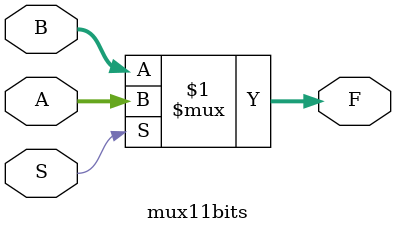
<source format=v>
`timescale 1ns / 1ps


module mux11bits#(parameter n = 12)(
input [n-1:0]A,
    input [n-1:0]B,
    input S,
    output [n-1:0] F
    );
    
    assign F = (S)?A:B;
endmodule



</source>
